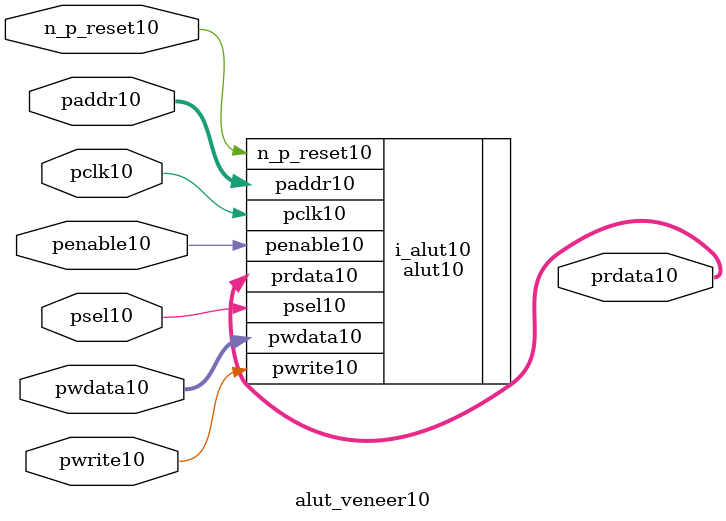
<source format=v>
module alut_veneer10
(   
   // Inputs10
   pclk10,
   n_p_reset10,
   psel10,            
   penable10,       
   pwrite10,         
   paddr10,           
   pwdata10,          

   // Outputs10
   prdata10  
);

   // APB10 Inputs10
   input             pclk10;               // APB10 clock10                          
   input             n_p_reset10;          // Reset10                              
   input             psel10;               // Module10 select10 signal10               
   input             penable10;            // Enable10 signal10                      
   input             pwrite10;             // Write when HIGH10 and read when LOW10  
   input [6:0]       paddr10;              // Address bus for read write         
   input [31:0]      pwdata10;             // APB10 write bus                      

   output [31:0]     prdata10;             // APB10 read bus                       


//-----------------------------------------------------------------------
//##############################################################################
// if the ALUT10 is NOT10 black10 boxed10 
//##############################################################################
`ifndef FV_KIT_BLACK_BOX_LUT10 


alut10 i_alut10 (
        //inputs10
        . n_p_reset10(n_p_reset10),
        . pclk10(pclk10),
        . psel10(psel10),
        . penable10(penable10),
        . pwrite10(pwrite10),
        . paddr10(paddr10[6:0]),
        . pwdata10(pwdata10),

        //outputs10
        . prdata10(prdata10)
);


`else 
//##############################################################################
// if the <module> is black10 boxed10 
//##############################################################################

   // APB10 Inputs10
   wire              pclk10;               // APB10 clock10                          
   wire              n_p_reset10;          // Reset10                              
   wire              psel10;               // Module10 select10 signal10               
   wire              penable10;            // Enable10 signal10                      
   wire              pwrite10;             // Write when HIGH10 and read when LOW10  
   wire  [6:0]       paddr10;              // Address bus for read write         
   wire  [31:0]      pwdata10;             // APB10 write bus                      

   reg   [31:0]      prdata10;             // APB10 read bus                       


`endif

endmodule

</source>
